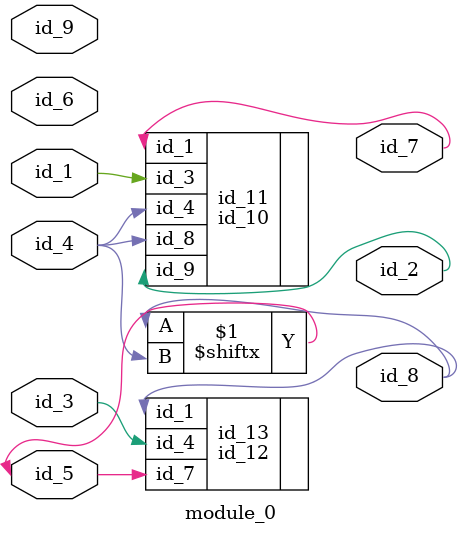
<source format=v>
module module_0 (
    id_1,
    id_2,
    id_3,
    id_4,
    id_5,
    id_6,
    id_7,
    id_8,
    id_9
);
  input id_9;
  output id_8;
  output id_7;
  input id_6;
  input id_5;
  input id_4;
  input id_3;
  output id_2;
  input id_1;
  assign id_8[id_4] = id_5;
  id_10 id_11 (
      .id_1(id_7),
      .id_4(id_4),
      .id_8(id_4),
      .id_9(id_2),
      .id_3(id_1)
  );
  id_12 id_13 (
      .id_7(id_5),
      .id_1(id_8[id_1]),
      .id_1(id_4),
      .id_1(id_8),
      .id_4(id_2),
      .id_4(id_3)
  );
endmodule

</source>
